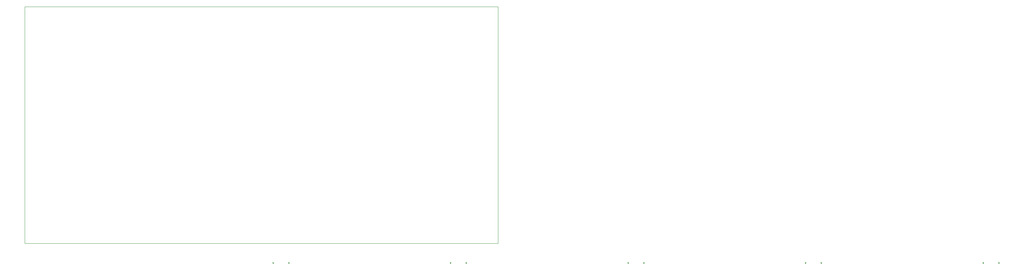
<source format=gbr>
%TF.GenerationSoftware,KiCad,Pcbnew,8.0.8*%
%TF.CreationDate,2025-04-17T11:24:10+05:30*%
%TF.ProjectId,,58585858-5858-4585-9858-585858585858,rev?*%
%TF.SameCoordinates,Original*%
%TF.FileFunction,Profile,NP*%
%FSLAX46Y46*%
G04 Gerber Fmt 4.6, Leading zero omitted, Abs format (unit mm)*
G04 Created by KiCad (PCBNEW 8.0.8) date 2025-04-17 11:24:10*
%MOMM*%
%LPD*%
G01*
G04 APERTURE LIST*
%TA.AperFunction,Profile*%
%ADD10C,0.100000*%
%TD*%
%ADD11C,0.350000*%
G04 APERTURE END LIST*
D10*
X0Y0D02*
X120000000Y0D01*
X120000000Y-60000000D01*
X0Y-60000000D01*
X0Y0D01*
D11*
X247000000Y-65000000D03*
X243000000Y-65000000D03*
X202000000Y-65000000D03*
X198000000Y-65000000D03*
X157000000Y-65000000D03*
X153000000Y-65000000D03*
X112000000Y-65000000D03*
X108000000Y-65000000D03*
X67000000Y-65000000D03*
X63000000Y-65000000D03*
M02*

</source>
